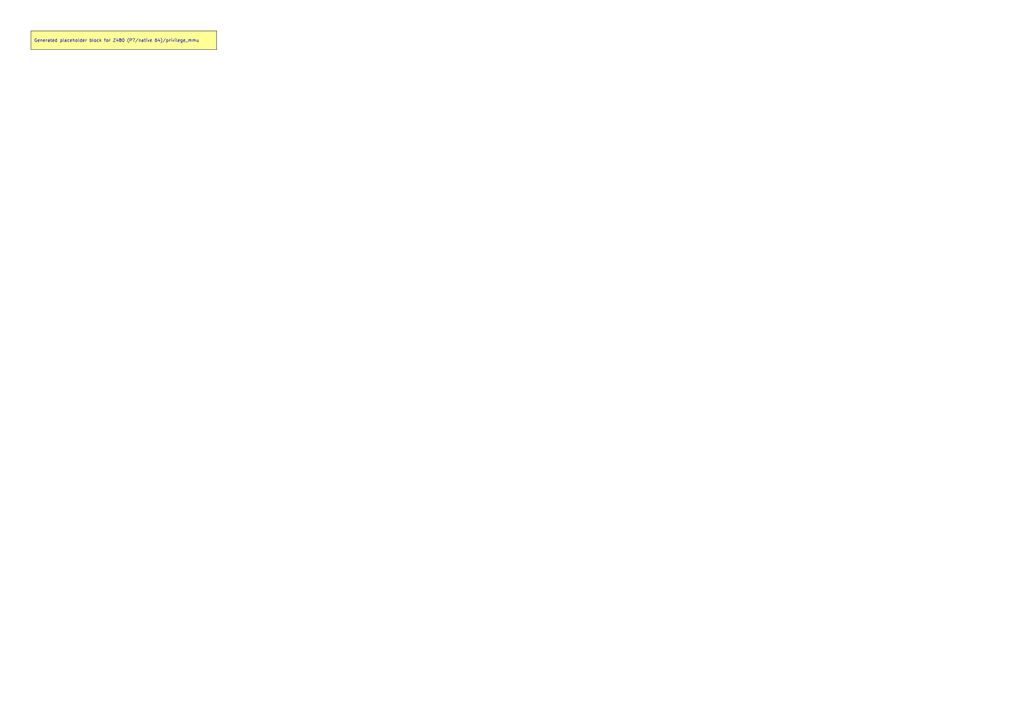
<source format=kicad_sch>
(kicad_sch
	(version 20250114)
	(generator "kicadgen")
	(generator_version "0.2")
	(uuid "9bb8b7f9-ff4c-5c9d-9d10-2f5c4b61f979")
	(paper "A3")
	(title_block
		(title "Z480 (P7/native 64)::privilege_mmu")
		(company "Project Carbon")
		(comment 1 "Generated - do not edit in generated/")
		(comment 2 "Edit in schem/kicad9/manual/ or refine mapping specs")
	)
	(lib_symbols)
	(text_box
		"Generated placeholder block for Z480 (P7/native 64)/privilege_mmu"
		(exclude_from_sim no)
		(at
			12.7
			12.7
			0
		)
		(size 76.2 7.62)
		(margins
			1.27
			1.27
			1.27
			1.27
		)
		(stroke
			(width 0)
			(type default)
			(color
				0
				0
				0
				1
			)
		)
		(fill
			(type color)
			(color
				255
				255
				150
				1
			)
		)
		(effects
			(font
				(size 1.27 1.27)
			)
			(justify left)
		)
		(uuid "d17fdd97-440d-59c7-9ff4-44256f98009e")
	)
	(sheet_instances
		(path
			"/"
			(page "1")
		)
	)
	(embedded_fonts no)
)

</source>
